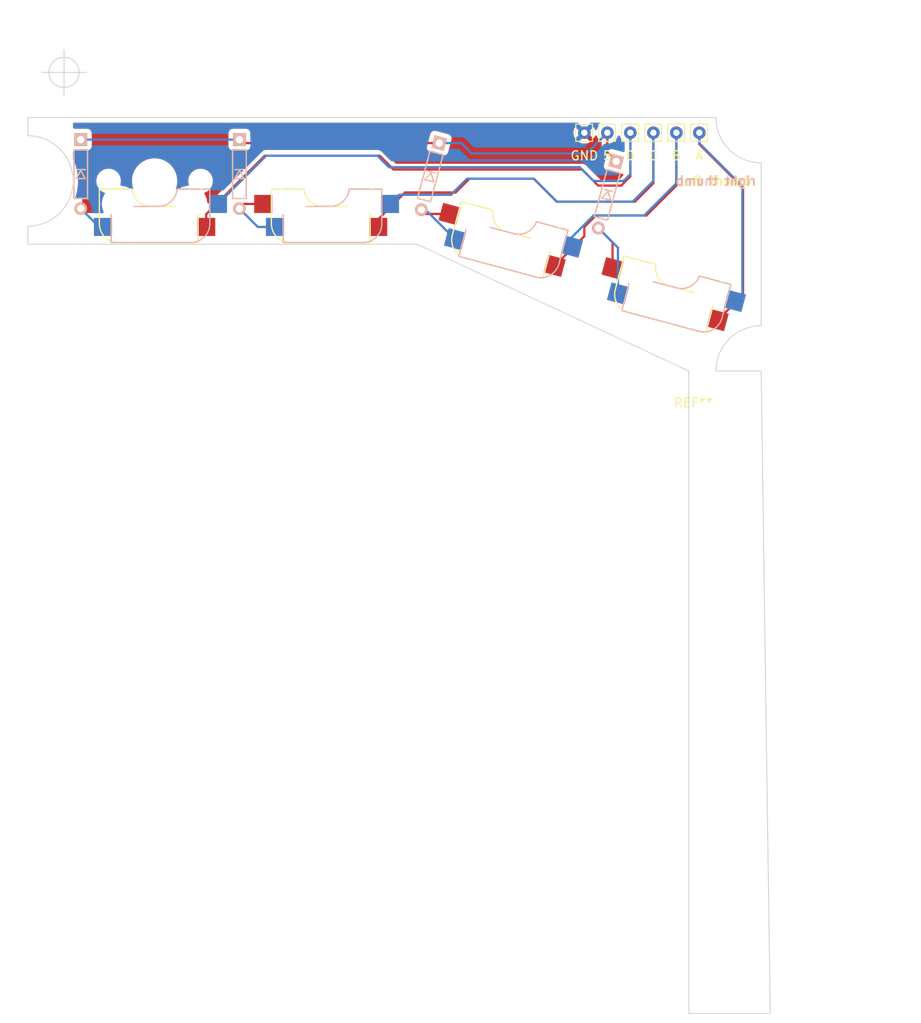
<source format=kicad_pcb>
(kicad_pcb (version 20171130) (host pcbnew 5.1.12)

  (general
    (thickness 1.6)
    (drawings 26)
    (tracks 84)
    (zones 0)
    (modules 15)
    (nets 11)
  )

  (page A4)
  (layers
    (0 F.Cu signal hide)
    (31 B.Cu signal hide)
    (32 B.Adhes user hide)
    (33 F.Adhes user hide)
    (34 B.Paste user)
    (35 F.Paste user)
    (36 B.SilkS user)
    (37 F.SilkS user)
    (38 B.Mask user)
    (39 F.Mask user)
    (40 Dwgs.User user)
    (41 Cmts.User user)
    (42 Eco1.User user)
    (43 Eco2.User user)
    (44 Edge.Cuts user)
    (45 Margin user)
    (46 B.CrtYd user)
    (47 F.CrtYd user)
    (48 B.Fab user)
    (49 F.Fab user)
  )

  (setup
    (last_trace_width 0.25)
    (trace_clearance 0.2)
    (zone_clearance 0.508)
    (zone_45_only no)
    (trace_min 0.2)
    (via_size 0.8)
    (via_drill 0.4)
    (via_min_size 0.4)
    (via_min_drill 0.3)
    (uvia_size 0.3)
    (uvia_drill 0.1)
    (uvias_allowed no)
    (uvia_min_size 0.2)
    (uvia_min_drill 0.1)
    (edge_width 0.1)
    (segment_width 0.2)
    (pcb_text_width 0.3)
    (pcb_text_size 1.5 1.5)
    (mod_edge_width 0.15)
    (mod_text_size 1 1)
    (mod_text_width 0.15)
    (pad_size 1.4 1.4)
    (pad_drill 0.7)
    (pad_to_mask_clearance 0)
    (aux_axis_origin 0 0)
    (visible_elements FFFFFF7F)
    (pcbplotparams
      (layerselection 0x010fc_ffffffff)
      (usegerberextensions false)
      (usegerberattributes true)
      (usegerberadvancedattributes true)
      (creategerberjobfile true)
      (excludeedgelayer true)
      (linewidth 0.100000)
      (plotframeref false)
      (viasonmask false)
      (mode 1)
      (useauxorigin false)
      (hpglpennumber 1)
      (hpglpenspeed 20)
      (hpglpendiameter 15.000000)
      (psnegative false)
      (psa4output false)
      (plotreference true)
      (plotvalue true)
      (plotinvisibletext false)
      (padsonsilk false)
      (subtractmaskfromsilk false)
      (outputformat 1)
      (mirror false)
      (drillshape 0)
      (scaleselection 1)
      (outputdirectory "../gerber/revE-thumb/"))
  )

  (net 0 "")
  (net 1 "Net-(D_LA5-Pad2)")
  (net 2 "Net-(D_LA5-Pad1)")
  (net 3 "Net-(D_LB5-Pad2)")
  (net 4 "Net-(D_LC5-Pad2)")
  (net 5 "Net-(D_LD5-Pad2)")
  (net 6 "Net-(H_LA1-Pad1)")
  (net 7 "Net-(H_LB1-Pad1)")
  (net 8 "Net-(H_LC1-Pad1)")
  (net 9 "Net-(H_LD1-Pad1)")
  (net 10 GND)

  (net_class Default "これはデフォルトのネット クラスです。"
    (clearance 0.2)
    (trace_width 0.25)
    (via_dia 0.8)
    (via_drill 0.4)
    (uvia_dia 0.3)
    (uvia_drill 0.1)
    (add_net GND)
    (add_net "Net-(D_LA5-Pad1)")
    (add_net "Net-(D_LA5-Pad2)")
    (add_net "Net-(D_LB5-Pad2)")
    (add_net "Net-(D_LC5-Pad2)")
    (add_net "Net-(D_LD5-Pad2)")
    (add_net "Net-(H_LA1-Pad1)")
    (add_net "Net-(H_LB1-Pad1)")
    (add_net "Net-(H_LC1-Pad1)")
    (add_net "Net-(H_LD1-Pad1)")
  )

  (module local:mouse_bite_5mm (layer F.Cu) (tedit 61A5A0D3) (tstamp 61A6001B)
    (at 89.5 51.5)
    (fp_text reference REF** (at 0 5) (layer F.SilkS)
      (effects (font (size 1 1) (thickness 0.15)))
    )
    (fp_text value mouse_bite_5mm (at 0 -5) (layer F.Fab)
      (effects (font (size 1 1) (thickness 0.15)))
    )
    (fp_line (start -2.5 -2.5) (end -2.5 2.5) (layer Eco1.User) (width 0.12))
    (fp_line (start -2.5 2.5) (end 2.5 2.5) (layer Eco1.User) (width 0.12))
    (fp_line (start 2.5 2.5) (end 2.5 -2.5) (layer Eco1.User) (width 0.12))
    (fp_line (start 2.5 -2.5) (end -2.5 -2.5) (layer Eco1.User) (width 0.12))
    (pad "" np_thru_hole circle (at -2 0) (size 0.6 0.6) (drill 0.6) (layers *.Cu *.Mask))
    (pad "" np_thru_hole circle (at -1 0) (size 0.6 0.6) (drill 0.6) (layers *.Cu *.Mask))
    (pad "" np_thru_hole circle (at 2 0) (size 0.6 0.6) (drill 0.6) (layers *.Cu *.Mask))
    (pad "" np_thru_hole circle (at 1 0) (size 0.6 0.6) (drill 0.6) (layers *.Cu *.Mask))
    (pad "" np_thru_hole circle (at 0 0) (size 0.6 0.6) (drill 0.6) (layers *.Cu *.Mask))
  )

  (module local:CherryMX_Hotswap_Reversible (layer F.Cu) (tedit 61A469B8) (tstamp 61A476E2)
    (at 70 35 165)
    (path /61A2B094)
    (fp_text reference SW_LB5 (at 6.858 -8.128 345) (layer F.SilkS) hide
      (effects (font (size 1 1) (thickness 0.15)))
    )
    (fp_text value SW_PUSH-foostan (at 7.62 7.874 345) (layer F.Fab) hide
      (effects (font (size 1 1) (thickness 0.15)))
    )
    (fp_line (start 3 6) (end -3 6) (layer Cmts.User) (width 0.12))
    (fp_line (start 3 9) (end 3 6) (layer Cmts.User) (width 0.12))
    (fp_line (start -3 9) (end 3 9) (layer Cmts.User) (width 0.12))
    (fp_line (start -3 6) (end -3 9) (layer Cmts.User) (width 0.12))
    (fp_line (start 3 -6) (end -3 -6) (layer Cmts.User) (width 0.12))
    (fp_line (start 3 -9) (end 3 -6) (layer Cmts.User) (width 0.12))
    (fp_line (start -3 -9) (end 3 -9) (layer Cmts.User) (width 0.12))
    (fp_line (start -3 -6) (end -3 -9) (layer Cmts.User) (width 0.12))
    (fp_line (start -7 -7) (end -6 -7) (layer Eco1.User) (width 0.1))
    (fp_line (start -6 7) (end -7 7) (layer Eco1.User) (width 0.1))
    (fp_line (start -9 9) (end -9 -9) (layer Dwgs.User) (width 0.1))
    (fp_line (start 9 9) (end -9 9) (layer Dwgs.User) (width 0.1))
    (fp_line (start 9 -9) (end 9 9) (layer Dwgs.User) (width 0.1))
    (fp_line (start -9 -9) (end 9 -9) (layer Dwgs.User) (width 0.1))
    (fp_line (start -6.1 -0.896) (end -2.49 -0.896) (layer B.SilkS) (width 0.15))
    (fp_line (start -6.1 -4.85) (end -6.1 -0.905) (layer B.SilkS) (width 0.15))
    (fp_line (start 4.8 -6.804) (end -3.825 -6.804) (layer B.SilkS) (width 0.15))
    (fp_line (start 4.8 -2.896) (end 4.8 -6.804) (layer B.SilkS) (width 0.15))
    (fp_line (start 4.8 -2.85) (end -0.25 -2.804) (layer B.SilkS) (width 0.15))
    (fp_line (start -4.8 -2.85) (end 0.25 -2.804) (layer F.SilkS) (width 0.15))
    (fp_line (start -4.8 -2.896) (end -4.8 -6.804) (layer F.SilkS) (width 0.15))
    (fp_line (start -4.8 -6.804) (end 3.825 -6.804) (layer F.SilkS) (width 0.15))
    (fp_line (start 6.1 -4.85) (end 6.1 -0.905) (layer F.SilkS) (width 0.15))
    (fp_line (start 6.1 -0.896) (end 2.49 -0.896) (layer F.SilkS) (width 0.15))
    (fp_line (start -7 7) (end -7 6) (layer Eco1.User) (width 0.1))
    (fp_line (start -7 -6) (end -7 -7) (layer Eco1.User) (width 0.1))
    (fp_line (start 7 -7) (end 7 -6) (layer Eco1.User) (width 0.1))
    (fp_line (start 6 -7) (end 7 -7) (layer Eco1.User) (width 0.12))
    (fp_line (start 8 -3) (end 7 -3) (layer Eco1.User) (width 0.12))
    (fp_line (start 7 7) (end 6 7) (layer Eco1.User) (width 0.12))
    (fp_line (start 7 6) (end 7 7) (layer Eco1.User) (width 0.12))
    (fp_arc (start 4.015 -4.73) (end 3.825 -6.804) (angle 90) (layer F.SilkS) (width 0.15))
    (fp_arc (start 0.415 -0.73) (end 0.225 -2.8) (angle 90) (layer F.SilkS) (width 0.15))
    (fp_arc (start -0.415 -0.73) (end -0.225 -2.8) (angle -90) (layer B.SilkS) (width 0.15))
    (fp_arc (start -4.015 -4.73) (end -3.825 -6.804) (angle -90) (layer B.SilkS) (width 0.15))
    (pad 2 smd rect (at -5.7 -5.08 345) (size 2 2) (layers F.Cu F.Paste F.Mask)
      (net 7 "Net-(H_LB1-Pad1)"))
    (pad "" np_thru_hole circle (at 3.81 -2.54 345) (size 3 3) (drill 3) (layers *.Cu *.Mask)
      (clearance 0.25))
    (pad "" np_thru_hole circle (at -2.54 -5.08 345) (size 3 3) (drill 3) (layers *.Cu *.Mask)
      (clearance 0.3))
    (pad 1 smd rect (at 7 -2.54 345) (size 2 2) (layers F.Cu F.Paste F.Mask)
      (net 3 "Net-(D_LB5-Pad2)"))
    (pad 2 smd rect (at -7 -2.54 345) (size 2 2) (layers B.Cu B.Paste B.Mask)
      (net 7 "Net-(H_LB1-Pad1)"))
    (pad "" np_thru_hole circle (at 2.54 -5.08 345) (size 3 3) (drill 3) (layers *.Cu *.Mask)
      (clearance 0.3))
    (pad "" np_thru_hole circle (at 0 0 75) (size 3.988 3.988) (drill 3.988) (layers *.Cu *.Mask)
      (clearance 0.25))
    (pad "" np_thru_hole circle (at -5.08 0 345) (size 1.702 1.702) (drill 1.702) (layers *.Cu *.Mask)
      (clearance 0.3))
    (pad "" np_thru_hole circle (at 5.08 0 345) (size 1.702 1.702) (drill 1.702) (layers *.Cu *.Mask)
      (clearance 0.3))
    (pad "" np_thru_hole circle (at -3.81 -2.54 345) (size 3 3) (drill 3) (layers *.Cu *.Mask)
      (clearance 0.25))
    (pad 1 smd rect (at 5.7 -5.08 345) (size 2 2) (layers B.Cu B.Paste B.Mask)
      (net 3 "Net-(D_LB5-Pad2)"))
  )

  (module local:Pin_D0.7mm (layer F.Cu) (tedit 61A2FA53) (tstamp 61A356A4)
    (at 82.55 26.67)
    (descr "solder Pin_ with flat fork, hole diameter 0.7mm, length 6.5mm, width 1.8mm")
    (tags "solder Pin_ with flat fork")
    (path /61A26ADC)
    (fp_text reference H_LD1 (at 0 -3.81) (layer F.Fab)
      (effects (font (size 0.8 0.8) (thickness 0.15)))
    )
    (fp_text value D (at 0 2.54) (layer F.SilkS)
      (effects (font (size 1 1) (thickness 0.15)))
    )
    (fp_line (start -0.95 -0.95) (end -0.95 0.95) (layer F.SilkS) (width 0.12))
    (fp_line (start -0.95 0.95) (end 0.9 0.95) (layer F.SilkS) (width 0.12))
    (fp_line (start 0.9 0.95) (end 0.9 -0.9) (layer F.SilkS) (width 0.12))
    (fp_line (start 0.9 -0.9) (end 0.9 -0.95) (layer F.SilkS) (width 0.12))
    (fp_line (start 0.9 -0.95) (end -0.95 -0.95) (layer F.SilkS) (width 0.12))
    (fp_line (start -0.9 -0.25) (end 0.85 -0.25) (layer F.Fab) (width 0.12))
    (fp_line (start 0.85 -0.25) (end 0.85 0.25) (layer F.Fab) (width 0.12))
    (fp_line (start 0.85 0.25) (end -0.9 0.25) (layer F.Fab) (width 0.12))
    (fp_line (start -0.9 0.25) (end -0.9 -0.25) (layer F.Fab) (width 0.12))
    (pad 1 thru_hole circle (at 0 0) (size 1.4 1.4) (drill 0.7) (layers *.Cu *.Mask)
      (net 9 "Net-(H_LD1-Pad1)"))
    (model ${KISYS3DMOD}/Connector_Pin.3dshapes/Pin_D0.7mm_L6.5mm_W1.8mm_FlatFork.wrl
      (at (xyz 0 0 0))
      (scale (xyz 1 1 1))
      (rotate (xyz 0 0 0))
    )
  )

  (module local:Pin_D0.7mm (layer F.Cu) (tedit 61A2FA53) (tstamp 61A3566C)
    (at 80.01 26.67)
    (descr "solder Pin_ with flat fork, hole diameter 0.7mm, length 6.5mm, width 1.8mm")
    (tags "solder Pin_ with flat fork")
    (path /61A27B42)
    (fp_text reference H_L5 (at 0 -3.81) (layer F.Fab)
      (effects (font (size 0.8 0.8) (thickness 0.15)))
    )
    (fp_text value 5 (at 0 2.54) (layer F.SilkS)
      (effects (font (size 1 1) (thickness 0.15)))
    )
    (fp_line (start -0.95 -0.95) (end -0.95 0.95) (layer F.SilkS) (width 0.12))
    (fp_line (start -0.95 0.95) (end 0.9 0.95) (layer F.SilkS) (width 0.12))
    (fp_line (start 0.9 0.95) (end 0.9 -0.9) (layer F.SilkS) (width 0.12))
    (fp_line (start 0.9 -0.9) (end 0.9 -0.95) (layer F.SilkS) (width 0.12))
    (fp_line (start 0.9 -0.95) (end -0.95 -0.95) (layer F.SilkS) (width 0.12))
    (fp_line (start -0.9 -0.25) (end 0.85 -0.25) (layer F.Fab) (width 0.12))
    (fp_line (start 0.85 -0.25) (end 0.85 0.25) (layer F.Fab) (width 0.12))
    (fp_line (start 0.85 0.25) (end -0.9 0.25) (layer F.Fab) (width 0.12))
    (fp_line (start -0.9 0.25) (end -0.9 -0.25) (layer F.Fab) (width 0.12))
    (pad 1 thru_hole circle (at 0 0) (size 1.4 1.4) (drill 0.7) (layers *.Cu *.Mask)
      (net 2 "Net-(D_LA5-Pad1)"))
    (model ${KISYS3DMOD}/Connector_Pin.3dshapes/Pin_D0.7mm_L6.5mm_W1.8mm_FlatFork.wrl
      (at (xyz 0 0 0))
      (scale (xyz 1 1 1))
      (rotate (xyz 0 0 0))
    )
  )

  (module local:Pin_D0.7mm (layer F.Cu) (tedit 61A2FA53) (tstamp 61A3567A)
    (at 90.17 26.67)
    (descr "solder Pin_ with flat fork, hole diameter 0.7mm, length 6.5mm, width 1.8mm")
    (tags "solder Pin_ with flat fork")
    (path /61A275B8)
    (fp_text reference H_LA1 (at 0 -3.81) (layer F.Fab)
      (effects (font (size 0.8 0.8) (thickness 0.15)))
    )
    (fp_text value A (at 0 2.54) (layer F.SilkS)
      (effects (font (size 1 1) (thickness 0.15)))
    )
    (fp_line (start -0.95 -0.95) (end -0.95 0.95) (layer F.SilkS) (width 0.12))
    (fp_line (start -0.95 0.95) (end 0.9 0.95) (layer F.SilkS) (width 0.12))
    (fp_line (start 0.9 0.95) (end 0.9 -0.9) (layer F.SilkS) (width 0.12))
    (fp_line (start 0.9 -0.9) (end 0.9 -0.95) (layer F.SilkS) (width 0.12))
    (fp_line (start 0.9 -0.95) (end -0.95 -0.95) (layer F.SilkS) (width 0.12))
    (fp_line (start -0.9 -0.25) (end 0.85 -0.25) (layer F.Fab) (width 0.12))
    (fp_line (start 0.85 -0.25) (end 0.85 0.25) (layer F.Fab) (width 0.12))
    (fp_line (start 0.85 0.25) (end -0.9 0.25) (layer F.Fab) (width 0.12))
    (fp_line (start -0.9 0.25) (end -0.9 -0.25) (layer F.Fab) (width 0.12))
    (pad 1 thru_hole circle (at 0 0) (size 1.4 1.4) (drill 0.7) (layers *.Cu *.Mask)
      (net 6 "Net-(H_LA1-Pad1)"))
    (model ${KISYS3DMOD}/Connector_Pin.3dshapes/Pin_D0.7mm_L6.5mm_W1.8mm_FlatFork.wrl
      (at (xyz 0 0 0))
      (scale (xyz 1 1 1))
      (rotate (xyz 0 0 0))
    )
  )

  (module local:Pin_D0.7mm (layer F.Cu) (tedit 61A2FA53) (tstamp 61A35688)
    (at 87.63 26.67)
    (descr "solder Pin_ with flat fork, hole diameter 0.7mm, length 6.5mm, width 1.8mm")
    (tags "solder Pin_ with flat fork")
    (path /61A25B2F)
    (fp_text reference H_LB1 (at 0 -3.81) (layer F.Fab)
      (effects (font (size 0.8 0.8) (thickness 0.15)))
    )
    (fp_text value B (at 0 2.54) (layer F.SilkS)
      (effects (font (size 1 1) (thickness 0.15)))
    )
    (fp_line (start -0.95 -0.95) (end -0.95 0.95) (layer F.SilkS) (width 0.12))
    (fp_line (start -0.95 0.95) (end 0.9 0.95) (layer F.SilkS) (width 0.12))
    (fp_line (start 0.9 0.95) (end 0.9 -0.9) (layer F.SilkS) (width 0.12))
    (fp_line (start 0.9 -0.9) (end 0.9 -0.95) (layer F.SilkS) (width 0.12))
    (fp_line (start 0.9 -0.95) (end -0.95 -0.95) (layer F.SilkS) (width 0.12))
    (fp_line (start -0.9 -0.25) (end 0.85 -0.25) (layer F.Fab) (width 0.12))
    (fp_line (start 0.85 -0.25) (end 0.85 0.25) (layer F.Fab) (width 0.12))
    (fp_line (start 0.85 0.25) (end -0.9 0.25) (layer F.Fab) (width 0.12))
    (fp_line (start -0.9 0.25) (end -0.9 -0.25) (layer F.Fab) (width 0.12))
    (pad 1 thru_hole circle (at 0 0) (size 1.4 1.4) (drill 0.7) (layers *.Cu *.Mask)
      (net 7 "Net-(H_LB1-Pad1)"))
    (model ${KISYS3DMOD}/Connector_Pin.3dshapes/Pin_D0.7mm_L6.5mm_W1.8mm_FlatFork.wrl
      (at (xyz 0 0 0))
      (scale (xyz 1 1 1))
      (rotate (xyz 0 0 0))
    )
  )

  (module local:Pin_D0.7mm (layer F.Cu) (tedit 61A2FA53) (tstamp 61A35696)
    (at 85.09 26.67)
    (descr "solder Pin_ with flat fork, hole diameter 0.7mm, length 6.5mm, width 1.8mm")
    (tags "solder Pin_ with flat fork")
    (path /61A26894)
    (fp_text reference H_LC1 (at 0 -3.81) (layer F.Fab)
      (effects (font (size 0.8 0.8) (thickness 0.15)))
    )
    (fp_text value C (at 0 2.54) (layer F.SilkS)
      (effects (font (size 1 1) (thickness 0.15)))
    )
    (fp_line (start -0.95 -0.95) (end -0.95 0.95) (layer F.SilkS) (width 0.12))
    (fp_line (start -0.95 0.95) (end 0.9 0.95) (layer F.SilkS) (width 0.12))
    (fp_line (start 0.9 0.95) (end 0.9 -0.9) (layer F.SilkS) (width 0.12))
    (fp_line (start 0.9 -0.9) (end 0.9 -0.95) (layer F.SilkS) (width 0.12))
    (fp_line (start 0.9 -0.95) (end -0.95 -0.95) (layer F.SilkS) (width 0.12))
    (fp_line (start -0.9 -0.25) (end 0.85 -0.25) (layer F.Fab) (width 0.12))
    (fp_line (start 0.85 -0.25) (end 0.85 0.25) (layer F.Fab) (width 0.12))
    (fp_line (start 0.85 0.25) (end -0.9 0.25) (layer F.Fab) (width 0.12))
    (fp_line (start -0.9 0.25) (end -0.9 -0.25) (layer F.Fab) (width 0.12))
    (pad 1 thru_hole circle (at 0 0) (size 1.4 1.4) (drill 0.7) (layers *.Cu *.Mask)
      (net 8 "Net-(H_LC1-Pad1)"))
    (model ${KISYS3DMOD}/Connector_Pin.3dshapes/Pin_D0.7mm_L6.5mm_W1.8mm_FlatFork.wrl
      (at (xyz 0 0 0))
      (scale (xyz 1 1 1))
      (rotate (xyz 0 0 0))
    )
  )

  (module local:Pin_D0.7mm (layer F.Cu) (tedit 61A2FA53) (tstamp 61A356B2)
    (at 77.47 26.67)
    (descr "solder Pin_ with flat fork, hole diameter 0.7mm, length 6.5mm, width 1.8mm")
    (tags "solder Pin_ with flat fork")
    (path /61A27F0E)
    (fp_text reference H_LGND1 (at 0 -3.81) (layer F.Fab)
      (effects (font (size 0.8 0.8) (thickness 0.15)))
    )
    (fp_text value GND (at 0 2.54) (layer F.SilkS)
      (effects (font (size 1 1) (thickness 0.15)))
    )
    (fp_line (start -0.95 -0.95) (end -0.95 0.95) (layer F.SilkS) (width 0.12))
    (fp_line (start -0.95 0.95) (end 0.9 0.95) (layer F.SilkS) (width 0.12))
    (fp_line (start 0.9 0.95) (end 0.9 -0.9) (layer F.SilkS) (width 0.12))
    (fp_line (start 0.9 -0.9) (end 0.9 -0.95) (layer F.SilkS) (width 0.12))
    (fp_line (start 0.9 -0.95) (end -0.95 -0.95) (layer F.SilkS) (width 0.12))
    (fp_line (start -0.9 -0.25) (end 0.85 -0.25) (layer F.Fab) (width 0.12))
    (fp_line (start 0.85 -0.25) (end 0.85 0.25) (layer F.Fab) (width 0.12))
    (fp_line (start 0.85 0.25) (end -0.9 0.25) (layer F.Fab) (width 0.12))
    (fp_line (start -0.9 0.25) (end -0.9 -0.25) (layer F.Fab) (width 0.12))
    (pad 1 thru_hole circle (at 0 0) (size 1.4 1.4) (drill 0.7) (layers *.Cu *.Mask)
      (net 10 GND))
    (model ${KISYS3DMOD}/Connector_Pin.3dshapes/Pin_D0.7mm_L6.5mm_W1.8mm_FlatFork.wrl
      (at (xyz 0 0 0))
      (scale (xyz 1 1 1))
      (rotate (xyz 0 0 0))
    )
  )

  (module local:D_TH_Reversible (layer B.Cu) (tedit 6108B6D8) (tstamp 61A4765D)
    (at 80 33.528 255)
    (descr "Resitance 3 pas")
    (tags R)
    (path /61A38A85)
    (autoplace_cost180 10)
    (fp_text reference D_LA5 (at 0.55 0 75) (layer B.Fab) hide
      (effects (font (size 0.5 0.5) (thickness 0.125)) (justify mirror))
    )
    (fp_text value D_A5 (at -0.55 0 75) (layer B.Fab) hide
      (effects (font (size 0.5 0.5) (thickness 0.125)) (justify mirror))
    )
    (fp_line (start -0.4 0) (end 0.5 0.5) (layer F.SilkS) (width 0.15))
    (fp_line (start 0.5 0.5) (end 0.5 -0.5) (layer F.SilkS) (width 0.15))
    (fp_line (start 0.5 -0.5) (end -0.4 0) (layer F.SilkS) (width 0.15))
    (fp_line (start -0.5 0.5) (end -0.5 -0.5) (layer F.SilkS) (width 0.15))
    (fp_line (start -0.4 0) (end 0.5 0.5) (layer B.SilkS) (width 0.15))
    (fp_line (start 0.5 0.5) (end 0.5 -0.5) (layer B.SilkS) (width 0.15))
    (fp_line (start 0.5 -0.5) (end -0.4 0) (layer B.SilkS) (width 0.15))
    (fp_line (start -0.5 0.5) (end -0.5 -0.5) (layer B.SilkS) (width 0.15))
    (fp_line (start 2.7 0.75) (end -2.7 0.75) (layer B.SilkS) (width 0.15))
    (fp_line (start -2.7 0.75) (end -2.7 -0.75) (layer B.SilkS) (width 0.15))
    (fp_line (start -2.7 -0.75) (end 2.7 -0.75) (layer B.SilkS) (width 0.15))
    (fp_line (start 2.7 -0.75) (end 2.7 0.75) (layer B.SilkS) (width 0.15))
    (fp_line (start 2.7 0.75) (end -2.7 0.75) (layer F.SilkS) (width 0.15))
    (fp_line (start -2.7 0.75) (end -2.7 -0.75) (layer F.SilkS) (width 0.15))
    (fp_line (start -2.7 -0.75) (end 2.7 -0.75) (layer F.SilkS) (width 0.15))
    (fp_line (start 2.7 -0.75) (end 2.7 0.75) (layer F.SilkS) (width 0.15))
    (pad 2 thru_hole circle (at 3.81 0 255) (size 1.397 1.397) (drill 0.8128) (layers *.Cu *.Mask B.SilkS)
      (net 1 "Net-(D_LA5-Pad2)"))
    (pad 1 thru_hole rect (at -3.81 0 255) (size 1.397 1.397) (drill 0.8128) (layers *.Cu *.Mask B.SilkS)
      (net 2 "Net-(D_LA5-Pad1)"))
    (model Diodes_SMD.3dshapes/SMB_Handsoldering.wrl
      (at (xyz 0 0 0))
      (scale (xyz 0.22 0.15 0.15))
      (rotate (xyz 0 0 180))
    )
  )

  (module local:D_TH_Reversible (layer B.Cu) (tedit 6108B6D8) (tstamp 61A47672)
    (at 60.452 31.496 255)
    (descr "Resitance 3 pas")
    (tags R)
    (path /61A3850D)
    (autoplace_cost180 10)
    (fp_text reference D_LB5 (at 0.55 0 75) (layer B.Fab) hide
      (effects (font (size 0.5 0.5) (thickness 0.125)) (justify mirror))
    )
    (fp_text value D_B5 (at -0.55 0 75) (layer B.Fab) hide
      (effects (font (size 0.5 0.5) (thickness 0.125)) (justify mirror))
    )
    (fp_line (start -0.4 0) (end 0.5 0.5) (layer F.SilkS) (width 0.15))
    (fp_line (start 0.5 0.5) (end 0.5 -0.5) (layer F.SilkS) (width 0.15))
    (fp_line (start 0.5 -0.5) (end -0.4 0) (layer F.SilkS) (width 0.15))
    (fp_line (start -0.5 0.5) (end -0.5 -0.5) (layer F.SilkS) (width 0.15))
    (fp_line (start -0.4 0) (end 0.5 0.5) (layer B.SilkS) (width 0.15))
    (fp_line (start 0.5 0.5) (end 0.5 -0.5) (layer B.SilkS) (width 0.15))
    (fp_line (start 0.5 -0.5) (end -0.4 0) (layer B.SilkS) (width 0.15))
    (fp_line (start -0.5 0.5) (end -0.5 -0.5) (layer B.SilkS) (width 0.15))
    (fp_line (start 2.7 0.75) (end -2.7 0.75) (layer B.SilkS) (width 0.15))
    (fp_line (start -2.7 0.75) (end -2.7 -0.75) (layer B.SilkS) (width 0.15))
    (fp_line (start -2.7 -0.75) (end 2.7 -0.75) (layer B.SilkS) (width 0.15))
    (fp_line (start 2.7 -0.75) (end 2.7 0.75) (layer B.SilkS) (width 0.15))
    (fp_line (start 2.7 0.75) (end -2.7 0.75) (layer F.SilkS) (width 0.15))
    (fp_line (start -2.7 0.75) (end -2.7 -0.75) (layer F.SilkS) (width 0.15))
    (fp_line (start -2.7 -0.75) (end 2.7 -0.75) (layer F.SilkS) (width 0.15))
    (fp_line (start 2.7 -0.75) (end 2.7 0.75) (layer F.SilkS) (width 0.15))
    (pad 2 thru_hole circle (at 3.81 0 255) (size 1.397 1.397) (drill 0.8128) (layers *.Cu *.Mask B.SilkS)
      (net 3 "Net-(D_LB5-Pad2)"))
    (pad 1 thru_hole rect (at -3.81 0 255) (size 1.397 1.397) (drill 0.8128) (layers *.Cu *.Mask B.SilkS)
      (net 2 "Net-(D_LA5-Pad1)"))
    (model Diodes_SMD.3dshapes/SMB_Handsoldering.wrl
      (at (xyz 0 0 0))
      (scale (xyz 0.22 0.15 0.15))
      (rotate (xyz 0 0 180))
    )
  )

  (module local:D_TH_Reversible (layer B.Cu) (tedit 6108B6D8) (tstamp 61A47687)
    (at 39.37 31.242 270)
    (descr "Resitance 3 pas")
    (tags R)
    (path /61A37E86)
    (autoplace_cost180 10)
    (fp_text reference D_LC5 (at 0.55 0 90) (layer B.Fab) hide
      (effects (font (size 0.5 0.5) (thickness 0.125)) (justify mirror))
    )
    (fp_text value D_C5 (at -0.55 0 90) (layer B.Fab) hide
      (effects (font (size 0.5 0.5) (thickness 0.125)) (justify mirror))
    )
    (fp_line (start -0.4 0) (end 0.5 0.5) (layer F.SilkS) (width 0.15))
    (fp_line (start 0.5 0.5) (end 0.5 -0.5) (layer F.SilkS) (width 0.15))
    (fp_line (start 0.5 -0.5) (end -0.4 0) (layer F.SilkS) (width 0.15))
    (fp_line (start -0.5 0.5) (end -0.5 -0.5) (layer F.SilkS) (width 0.15))
    (fp_line (start -0.4 0) (end 0.5 0.5) (layer B.SilkS) (width 0.15))
    (fp_line (start 0.5 0.5) (end 0.5 -0.5) (layer B.SilkS) (width 0.15))
    (fp_line (start 0.5 -0.5) (end -0.4 0) (layer B.SilkS) (width 0.15))
    (fp_line (start -0.5 0.5) (end -0.5 -0.5) (layer B.SilkS) (width 0.15))
    (fp_line (start 2.7 0.75) (end -2.7 0.75) (layer B.SilkS) (width 0.15))
    (fp_line (start -2.7 0.75) (end -2.7 -0.75) (layer B.SilkS) (width 0.15))
    (fp_line (start -2.7 -0.75) (end 2.7 -0.75) (layer B.SilkS) (width 0.15))
    (fp_line (start 2.7 -0.75) (end 2.7 0.75) (layer B.SilkS) (width 0.15))
    (fp_line (start 2.7 0.75) (end -2.7 0.75) (layer F.SilkS) (width 0.15))
    (fp_line (start -2.7 0.75) (end -2.7 -0.75) (layer F.SilkS) (width 0.15))
    (fp_line (start -2.7 -0.75) (end 2.7 -0.75) (layer F.SilkS) (width 0.15))
    (fp_line (start 2.7 -0.75) (end 2.7 0.75) (layer F.SilkS) (width 0.15))
    (pad 2 thru_hole circle (at 3.81 0 270) (size 1.397 1.397) (drill 0.8128) (layers *.Cu *.Mask B.SilkS)
      (net 4 "Net-(D_LC5-Pad2)"))
    (pad 1 thru_hole rect (at -3.81 0 270) (size 1.397 1.397) (drill 0.8128) (layers *.Cu *.Mask B.SilkS)
      (net 2 "Net-(D_LA5-Pad1)"))
    (model Diodes_SMD.3dshapes/SMB_Handsoldering.wrl
      (at (xyz 0 0 0))
      (scale (xyz 0.22 0.15 0.15))
      (rotate (xyz 0 0 180))
    )
  )

  (module local:D_TH_Reversible (layer B.Cu) (tedit 6108B6D8) (tstamp 61A4769C)
    (at 21.844 31.242 270)
    (descr "Resitance 3 pas")
    (tags R)
    (path /61A374D8)
    (autoplace_cost180 10)
    (fp_text reference D_LD5 (at 0.55 0 90) (layer B.Fab) hide
      (effects (font (size 0.5 0.5) (thickness 0.125)) (justify mirror))
    )
    (fp_text value D (at -0.55 0 90) (layer B.Fab) hide
      (effects (font (size 0.5 0.5) (thickness 0.125)) (justify mirror))
    )
    (fp_line (start -0.4 0) (end 0.5 0.5) (layer F.SilkS) (width 0.15))
    (fp_line (start 0.5 0.5) (end 0.5 -0.5) (layer F.SilkS) (width 0.15))
    (fp_line (start 0.5 -0.5) (end -0.4 0) (layer F.SilkS) (width 0.15))
    (fp_line (start -0.5 0.5) (end -0.5 -0.5) (layer F.SilkS) (width 0.15))
    (fp_line (start -0.4 0) (end 0.5 0.5) (layer B.SilkS) (width 0.15))
    (fp_line (start 0.5 0.5) (end 0.5 -0.5) (layer B.SilkS) (width 0.15))
    (fp_line (start 0.5 -0.5) (end -0.4 0) (layer B.SilkS) (width 0.15))
    (fp_line (start -0.5 0.5) (end -0.5 -0.5) (layer B.SilkS) (width 0.15))
    (fp_line (start 2.7 0.75) (end -2.7 0.75) (layer B.SilkS) (width 0.15))
    (fp_line (start -2.7 0.75) (end -2.7 -0.75) (layer B.SilkS) (width 0.15))
    (fp_line (start -2.7 -0.75) (end 2.7 -0.75) (layer B.SilkS) (width 0.15))
    (fp_line (start 2.7 -0.75) (end 2.7 0.75) (layer B.SilkS) (width 0.15))
    (fp_line (start 2.7 0.75) (end -2.7 0.75) (layer F.SilkS) (width 0.15))
    (fp_line (start -2.7 0.75) (end -2.7 -0.75) (layer F.SilkS) (width 0.15))
    (fp_line (start -2.7 -0.75) (end 2.7 -0.75) (layer F.SilkS) (width 0.15))
    (fp_line (start 2.7 -0.75) (end 2.7 0.75) (layer F.SilkS) (width 0.15))
    (pad 2 thru_hole circle (at 3.81 0 270) (size 1.397 1.397) (drill 0.8128) (layers *.Cu *.Mask B.SilkS)
      (net 5 "Net-(D_LD5-Pad2)"))
    (pad 1 thru_hole rect (at -3.81 0 270) (size 1.397 1.397) (drill 0.8128) (layers *.Cu *.Mask B.SilkS)
      (net 2 "Net-(D_LA5-Pad1)"))
    (model Diodes_SMD.3dshapes/SMB_Handsoldering.wrl
      (at (xyz 0 0 0))
      (scale (xyz 0.22 0.15 0.15))
      (rotate (xyz 0 0 180))
    )
  )

  (module local:CherryMX_Hotswap_Reversible (layer F.Cu) (tedit 61A469B8) (tstamp 61A476B1)
    (at 88 41 165)
    (path /61A293DD)
    (fp_text reference SW_LA5 (at 6.858 -8.128 345) (layer F.SilkS) hide
      (effects (font (size 1 1) (thickness 0.15)))
    )
    (fp_text value SW_PUSH-foostan (at 7.62 7.874 345) (layer F.Fab) hide
      (effects (font (size 1 1) (thickness 0.15)))
    )
    (fp_line (start 3 6) (end -3 6) (layer Cmts.User) (width 0.12))
    (fp_line (start 3 9) (end 3 6) (layer Cmts.User) (width 0.12))
    (fp_line (start -3 9) (end 3 9) (layer Cmts.User) (width 0.12))
    (fp_line (start -3 6) (end -3 9) (layer Cmts.User) (width 0.12))
    (fp_line (start 3 -6) (end -3 -6) (layer Cmts.User) (width 0.12))
    (fp_line (start 3 -9) (end 3 -6) (layer Cmts.User) (width 0.12))
    (fp_line (start -3 -9) (end 3 -9) (layer Cmts.User) (width 0.12))
    (fp_line (start -3 -6) (end -3 -9) (layer Cmts.User) (width 0.12))
    (fp_line (start -7 -7) (end -6 -7) (layer Eco1.User) (width 0.1))
    (fp_line (start -6 7) (end -7 7) (layer Eco1.User) (width 0.1))
    (fp_line (start -9 9) (end -9 -9) (layer Dwgs.User) (width 0.1))
    (fp_line (start 9 9) (end -9 9) (layer Dwgs.User) (width 0.1))
    (fp_line (start 9 -9) (end 9 9) (layer Dwgs.User) (width 0.1))
    (fp_line (start -9 -9) (end 9 -9) (layer Dwgs.User) (width 0.1))
    (fp_line (start -6.1 -0.896) (end -2.49 -0.896) (layer B.SilkS) (width 0.15))
    (fp_line (start -6.1 -4.85) (end -6.1 -0.905) (layer B.SilkS) (width 0.15))
    (fp_line (start 4.8 -6.804) (end -3.825 -6.804) (layer B.SilkS) (width 0.15))
    (fp_line (start 4.8 -2.896) (end 4.8 -6.804) (layer B.SilkS) (width 0.15))
    (fp_line (start 4.8 -2.85) (end -0.25 -2.804) (layer B.SilkS) (width 0.15))
    (fp_line (start -4.8 -2.85) (end 0.25 -2.804) (layer F.SilkS) (width 0.15))
    (fp_line (start -4.8 -2.896) (end -4.8 -6.804) (layer F.SilkS) (width 0.15))
    (fp_line (start -4.8 -6.804) (end 3.825 -6.804) (layer F.SilkS) (width 0.15))
    (fp_line (start 6.1 -4.85) (end 6.1 -0.905) (layer F.SilkS) (width 0.15))
    (fp_line (start 6.1 -0.896) (end 2.49 -0.896) (layer F.SilkS) (width 0.15))
    (fp_line (start -7 7) (end -7 6) (layer Eco1.User) (width 0.1))
    (fp_line (start -7 -6) (end -7 -7) (layer Eco1.User) (width 0.1))
    (fp_line (start 7 -7) (end 7 -6) (layer Eco1.User) (width 0.1))
    (fp_line (start 6 -7) (end 7 -7) (layer Eco1.User) (width 0.12))
    (fp_line (start 8 -3) (end 7 -3) (layer Eco1.User) (width 0.12))
    (fp_line (start 7 7) (end 6 7) (layer Eco1.User) (width 0.12))
    (fp_line (start 7 6) (end 7 7) (layer Eco1.User) (width 0.12))
    (fp_arc (start 4.015 -4.73) (end 3.825 -6.804) (angle 90) (layer F.SilkS) (width 0.15))
    (fp_arc (start 0.415 -0.73) (end 0.225 -2.8) (angle 90) (layer F.SilkS) (width 0.15))
    (fp_arc (start -0.415 -0.73) (end -0.225 -2.8) (angle -90) (layer B.SilkS) (width 0.15))
    (fp_arc (start -4.015 -4.73) (end -3.825 -6.804) (angle -90) (layer B.SilkS) (width 0.15))
    (pad 2 smd rect (at -5.7 -5.08 345) (size 2 2) (layers F.Cu F.Paste F.Mask)
      (net 6 "Net-(H_LA1-Pad1)"))
    (pad "" np_thru_hole circle (at 3.81 -2.54 345) (size 3 3) (drill 3) (layers *.Cu *.Mask)
      (clearance 0.25))
    (pad "" np_thru_hole circle (at -2.54 -5.08 345) (size 3 3) (drill 3) (layers *.Cu *.Mask)
      (clearance 0.3))
    (pad 1 smd rect (at 7 -2.54 345) (size 2 2) (layers F.Cu F.Paste F.Mask)
      (net 1 "Net-(D_LA5-Pad2)"))
    (pad 2 smd rect (at -7 -2.54 345) (size 2 2) (layers B.Cu B.Paste B.Mask)
      (net 6 "Net-(H_LA1-Pad1)"))
    (pad "" np_thru_hole circle (at 2.54 -5.08 345) (size 3 3) (drill 3) (layers *.Cu *.Mask)
      (clearance 0.3))
    (pad "" np_thru_hole circle (at 0 0 75) (size 3.988 3.988) (drill 3.988) (layers *.Cu *.Mask)
      (clearance 0.25))
    (pad "" np_thru_hole circle (at -5.08 0 345) (size 1.702 1.702) (drill 1.702) (layers *.Cu *.Mask)
      (clearance 0.3))
    (pad "" np_thru_hole circle (at 5.08 0 345) (size 1.702 1.702) (drill 1.702) (layers *.Cu *.Mask)
      (clearance 0.3))
    (pad "" np_thru_hole circle (at -3.81 -2.54 345) (size 3 3) (drill 3) (layers *.Cu *.Mask)
      (clearance 0.25))
    (pad 1 smd rect (at 5.7 -5.08 345) (size 2 2) (layers B.Cu B.Paste B.Mask)
      (net 1 "Net-(D_LA5-Pad2)"))
  )

  (module local:CherryMX_Hotswap_Reversible (layer F.Cu) (tedit 61A469B8) (tstamp 61A47713)
    (at 49 32 180)
    (path /61A2FE9B)
    (fp_text reference SW_LC5 (at 6.858 -8.128 180) (layer F.SilkS) hide
      (effects (font (size 1 1) (thickness 0.15)))
    )
    (fp_text value SW_PUSH-foostan (at 7.62 7.874 180) (layer F.Fab) hide
      (effects (font (size 1 1) (thickness 0.15)))
    )
    (fp_line (start 3 6) (end -3 6) (layer Cmts.User) (width 0.12))
    (fp_line (start 3 9) (end 3 6) (layer Cmts.User) (width 0.12))
    (fp_line (start -3 9) (end 3 9) (layer Cmts.User) (width 0.12))
    (fp_line (start -3 6) (end -3 9) (layer Cmts.User) (width 0.12))
    (fp_line (start 3 -6) (end -3 -6) (layer Cmts.User) (width 0.12))
    (fp_line (start 3 -9) (end 3 -6) (layer Cmts.User) (width 0.12))
    (fp_line (start -3 -9) (end 3 -9) (layer Cmts.User) (width 0.12))
    (fp_line (start -3 -6) (end -3 -9) (layer Cmts.User) (width 0.12))
    (fp_line (start -7 -7) (end -6 -7) (layer Eco1.User) (width 0.1))
    (fp_line (start -6 7) (end -7 7) (layer Eco1.User) (width 0.1))
    (fp_line (start -9 9) (end -9 -9) (layer Dwgs.User) (width 0.1))
    (fp_line (start 9 9) (end -9 9) (layer Dwgs.User) (width 0.1))
    (fp_line (start 9 -9) (end 9 9) (layer Dwgs.User) (width 0.1))
    (fp_line (start -9 -9) (end 9 -9) (layer Dwgs.User) (width 0.1))
    (fp_line (start -6.1 -0.896) (end -2.49 -0.896) (layer B.SilkS) (width 0.15))
    (fp_line (start -6.1 -4.85) (end -6.1 -0.905) (layer B.SilkS) (width 0.15))
    (fp_line (start 4.8 -6.804) (end -3.825 -6.804) (layer B.SilkS) (width 0.15))
    (fp_line (start 4.8 -2.896) (end 4.8 -6.804) (layer B.SilkS) (width 0.15))
    (fp_line (start 4.8 -2.85) (end -0.25 -2.804) (layer B.SilkS) (width 0.15))
    (fp_line (start -4.8 -2.85) (end 0.25 -2.804) (layer F.SilkS) (width 0.15))
    (fp_line (start -4.8 -2.896) (end -4.8 -6.804) (layer F.SilkS) (width 0.15))
    (fp_line (start -4.8 -6.804) (end 3.825 -6.804) (layer F.SilkS) (width 0.15))
    (fp_line (start 6.1 -4.85) (end 6.1 -0.905) (layer F.SilkS) (width 0.15))
    (fp_line (start 6.1 -0.896) (end 2.49 -0.896) (layer F.SilkS) (width 0.15))
    (fp_line (start -7 7) (end -7 6) (layer Eco1.User) (width 0.1))
    (fp_line (start -7 -6) (end -7 -7) (layer Eco1.User) (width 0.1))
    (fp_line (start 7 -7) (end 7 -6) (layer Eco1.User) (width 0.1))
    (fp_line (start 6 -7) (end 7 -7) (layer Eco1.User) (width 0.12))
    (fp_line (start 8 -3) (end 7 -3) (layer Eco1.User) (width 0.12))
    (fp_line (start 7 7) (end 6 7) (layer Eco1.User) (width 0.12))
    (fp_line (start 7 6) (end 7 7) (layer Eco1.User) (width 0.12))
    (fp_arc (start 4.015 -4.73) (end 3.825 -6.804) (angle 90) (layer F.SilkS) (width 0.15))
    (fp_arc (start 0.415 -0.73) (end 0.225 -2.8) (angle 90) (layer F.SilkS) (width 0.15))
    (fp_arc (start -0.415 -0.73) (end -0.225 -2.8) (angle -90) (layer B.SilkS) (width 0.15))
    (fp_arc (start -4.015 -4.73) (end -3.825 -6.804) (angle -90) (layer B.SilkS) (width 0.15))
    (pad 2 smd rect (at -5.7 -5.08) (size 2 2) (layers F.Cu F.Paste F.Mask)
      (net 8 "Net-(H_LC1-Pad1)"))
    (pad "" np_thru_hole circle (at 3.81 -2.54) (size 3 3) (drill 3) (layers *.Cu *.Mask)
      (clearance 0.25))
    (pad "" np_thru_hole circle (at -2.54 -5.08) (size 3 3) (drill 3) (layers *.Cu *.Mask)
      (clearance 0.3))
    (pad 1 smd rect (at 7 -2.54) (size 2 2) (layers F.Cu F.Paste F.Mask)
      (net 4 "Net-(D_LC5-Pad2)"))
    (pad 2 smd rect (at -7 -2.54) (size 2 2) (layers B.Cu B.Paste B.Mask)
      (net 8 "Net-(H_LC1-Pad1)"))
    (pad "" np_thru_hole circle (at 2.54 -5.08) (size 3 3) (drill 3) (layers *.Cu *.Mask)
      (clearance 0.3))
    (pad "" np_thru_hole circle (at 0 0 90) (size 3.988 3.988) (drill 3.988) (layers *.Cu *.Mask)
      (clearance 0.25))
    (pad "" np_thru_hole circle (at -5.08 0) (size 1.702 1.702) (drill 1.702) (layers *.Cu *.Mask)
      (clearance 0.3))
    (pad "" np_thru_hole circle (at 5.08 0) (size 1.702 1.702) (drill 1.702) (layers *.Cu *.Mask)
      (clearance 0.3))
    (pad "" np_thru_hole circle (at -3.81 -2.54) (size 3 3) (drill 3) (layers *.Cu *.Mask)
      (clearance 0.25))
    (pad 1 smd rect (at 5.7 -5.08) (size 2 2) (layers B.Cu B.Paste B.Mask)
      (net 4 "Net-(D_LC5-Pad2)"))
  )

  (module local:CherryMX_Hotswap_Reversible (layer F.Cu) (tedit 61A469B8) (tstamp 61A47744)
    (at 30 32 180)
    (path /61A35327)
    (fp_text reference SW_LD5 (at 6.858 -8.128 180) (layer F.SilkS) hide
      (effects (font (size 1 1) (thickness 0.15)))
    )
    (fp_text value SW_PUSH-foostan (at 7.62 7.874 180) (layer F.Fab) hide
      (effects (font (size 1 1) (thickness 0.15)))
    )
    (fp_line (start 3 6) (end -3 6) (layer Cmts.User) (width 0.12))
    (fp_line (start 3 9) (end 3 6) (layer Cmts.User) (width 0.12))
    (fp_line (start -3 9) (end 3 9) (layer Cmts.User) (width 0.12))
    (fp_line (start -3 6) (end -3 9) (layer Cmts.User) (width 0.12))
    (fp_line (start 3 -6) (end -3 -6) (layer Cmts.User) (width 0.12))
    (fp_line (start 3 -9) (end 3 -6) (layer Cmts.User) (width 0.12))
    (fp_line (start -3 -9) (end 3 -9) (layer Cmts.User) (width 0.12))
    (fp_line (start -3 -6) (end -3 -9) (layer Cmts.User) (width 0.12))
    (fp_line (start -7 -7) (end -6 -7) (layer Eco1.User) (width 0.1))
    (fp_line (start -6 7) (end -7 7) (layer Eco1.User) (width 0.1))
    (fp_line (start -9 9) (end -9 -9) (layer Dwgs.User) (width 0.1))
    (fp_line (start 9 9) (end -9 9) (layer Dwgs.User) (width 0.1))
    (fp_line (start 9 -9) (end 9 9) (layer Dwgs.User) (width 0.1))
    (fp_line (start -9 -9) (end 9 -9) (layer Dwgs.User) (width 0.1))
    (fp_line (start -6.1 -0.896) (end -2.49 -0.896) (layer B.SilkS) (width 0.15))
    (fp_line (start -6.1 -4.85) (end -6.1 -0.905) (layer B.SilkS) (width 0.15))
    (fp_line (start 4.8 -6.804) (end -3.825 -6.804) (layer B.SilkS) (width 0.15))
    (fp_line (start 4.8 -2.896) (end 4.8 -6.804) (layer B.SilkS) (width 0.15))
    (fp_line (start 4.8 -2.85) (end -0.25 -2.804) (layer B.SilkS) (width 0.15))
    (fp_line (start -4.8 -2.85) (end 0.25 -2.804) (layer F.SilkS) (width 0.15))
    (fp_line (start -4.8 -2.896) (end -4.8 -6.804) (layer F.SilkS) (width 0.15))
    (fp_line (start -4.8 -6.804) (end 3.825 -6.804) (layer F.SilkS) (width 0.15))
    (fp_line (start 6.1 -4.85) (end 6.1 -0.905) (layer F.SilkS) (width 0.15))
    (fp_line (start 6.1 -0.896) (end 2.49 -0.896) (layer F.SilkS) (width 0.15))
    (fp_line (start -7 7) (end -7 6) (layer Eco1.User) (width 0.1))
    (fp_line (start -7 -6) (end -7 -7) (layer Eco1.User) (width 0.1))
    (fp_line (start 7 -7) (end 7 -6) (layer Eco1.User) (width 0.1))
    (fp_line (start 6 -7) (end 7 -7) (layer Eco1.User) (width 0.12))
    (fp_line (start 8 -3) (end 7 -3) (layer Eco1.User) (width 0.12))
    (fp_line (start 7 7) (end 6 7) (layer Eco1.User) (width 0.12))
    (fp_line (start 7 6) (end 7 7) (layer Eco1.User) (width 0.12))
    (fp_arc (start 4.015 -4.73) (end 3.825 -6.804) (angle 90) (layer F.SilkS) (width 0.15))
    (fp_arc (start 0.415 -0.73) (end 0.225 -2.8) (angle 90) (layer F.SilkS) (width 0.15))
    (fp_arc (start -0.415 -0.73) (end -0.225 -2.8) (angle -90) (layer B.SilkS) (width 0.15))
    (fp_arc (start -4.015 -4.73) (end -3.825 -6.804) (angle -90) (layer B.SilkS) (width 0.15))
    (pad 2 smd rect (at -5.7 -5.08) (size 2 2) (layers F.Cu F.Paste F.Mask)
      (net 9 "Net-(H_LD1-Pad1)"))
    (pad "" np_thru_hole circle (at 3.81 -2.54) (size 3 3) (drill 3) (layers *.Cu *.Mask)
      (clearance 0.25))
    (pad "" np_thru_hole circle (at -2.54 -5.08) (size 3 3) (drill 3) (layers *.Cu *.Mask)
      (clearance 0.3))
    (pad 1 smd rect (at 7 -2.54) (size 2 2) (layers F.Cu F.Paste F.Mask)
      (net 5 "Net-(D_LD5-Pad2)"))
    (pad 2 smd rect (at -7 -2.54) (size 2 2) (layers B.Cu B.Paste B.Mask)
      (net 9 "Net-(H_LD1-Pad1)"))
    (pad "" np_thru_hole circle (at 2.54 -5.08) (size 3 3) (drill 3) (layers *.Cu *.Mask)
      (clearance 0.3))
    (pad "" np_thru_hole circle (at 0 0 90) (size 3.988 3.988) (drill 3.988) (layers *.Cu *.Mask)
      (clearance 0.25))
    (pad "" np_thru_hole circle (at -5.08 0) (size 1.702 1.702) (drill 1.702) (layers *.Cu *.Mask)
      (clearance 0.3))
    (pad "" np_thru_hole circle (at 5.08 0) (size 1.702 1.702) (drill 1.702) (layers *.Cu *.Mask)
      (clearance 0.3))
    (pad "" np_thru_hole circle (at -3.81 -2.54) (size 3 3) (drill 3) (layers *.Cu *.Mask)
      (clearance 0.25))
    (pad 1 smd rect (at 5.7 -5.08) (size 2 2) (layers B.Cu B.Paste B.Mask)
      (net 5 "Net-(D_LD5-Pad2)"))
  )

  (gr_line (start 89 124) (end 89 116) (layer Edge.Cuts) (width 0.1) (tstamp 61A6003C))
  (gr_line (start 98 124) (end 89 124) (layer Edge.Cuts) (width 0.1))
  (gr_line (start 97 53) (end 98 124) (layer Edge.Cuts) (width 0.1))
  (gr_line (start 89 60) (end 89 116) (layer Edge.Cuts) (width 0.1))
  (gr_line (start 89 53) (end 89 60) (layer Edge.Cuts) (width 0.1))
  (gr_text "right thumb" (at 92 32) (layer B.SilkS) (tstamp 61A47779)
    (effects (font (size 1 1) (thickness 0.2)) (justify mirror))
  )
  (gr_line (start 97 53) (end 92 53) (layer Edge.Cuts) (width 0.1))
  (gr_text "left thumb" (at 92 32) (layer F.SilkS)
    (effects (font (size 1 1) (thickness 0.2)))
  )
  (dimension 81 (width 0.15) (layer Dwgs.User)
    (gr_text "81.000 mm" (at 56.5 12.7) (layer Dwgs.User)
      (effects (font (size 1 1) (thickness 0.15)))
    )
    (feature1 (pts (xy 97 18) (xy 97 13.413579)))
    (feature2 (pts (xy 16 18) (xy 16 13.413579)))
    (crossbar (pts (xy 16 14) (xy 97 14)))
    (arrow1a (pts (xy 97 14) (xy 95.873496 14.586421)))
    (arrow1b (pts (xy 97 14) (xy 95.873496 13.413579)))
    (arrow2a (pts (xy 16 14) (xy 17.126504 14.586421)))
    (arrow2b (pts (xy 16 14) (xy 17.126504 13.413579)))
  )
  (dimension 100 (width 0.15) (layer Dwgs.User)
    (gr_text "100.000 mm" (at 113.3 75 270) (layer Dwgs.User)
      (effects (font (size 1 1) (thickness 0.15)))
    )
    (feature1 (pts (xy 103 125) (xy 112.586421 125)))
    (feature2 (pts (xy 103 25) (xy 112.586421 25)))
    (crossbar (pts (xy 112 25) (xy 112 125)))
    (arrow1a (pts (xy 112 125) (xy 111.413579 123.873496)))
    (arrow1b (pts (xy 112 125) (xy 112.586421 123.873496)))
    (arrow2a (pts (xy 112 25) (xy 111.413579 26.126504)))
    (arrow2b (pts (xy 112 25) (xy 112.586421 26.126504)))
  )
  (gr_line (start 16 25) (end 16 27) (layer Edge.Cuts) (width 0.1) (tstamp 61A20937))
  (gr_arc (start 97 25) (end 92 25) (angle -90) (layer Edge.Cuts) (width 0.1))
  (gr_arc (start 97 53) (end 97 48) (angle -90) (layer Edge.Cuts) (width 0.1))
  (gr_arc (start 16 32) (end 16 37) (angle -180) (layer Edge.Cuts) (width 0.1))
  (gr_line (start 89 53) (end 59 39) (layer Edge.Cuts) (width 0.1))
  (gr_line (start 97 30) (end 97 48) (layer Edge.Cuts) (width 0.1))
  (gr_line (start 16 25) (end 92 25) (layer Edge.Cuts) (width 0.1))
  (gr_line (start 13 42) (end 58 42) (layer Dwgs.User) (width 0.15) (tstamp 61A1BB74))
  (gr_line (start 13 22) (end 13 42) (layer Dwgs.User) (width 0.15))
  (gr_line (start 88 56) (end 58 42) (layer Dwgs.User) (width 0.15))
  (gr_line (start 100 56) (end 88 56) (layer Dwgs.User) (width 0.15))
  (gr_line (start 100 22) (end 100 56) (layer Dwgs.User) (width 0.15))
  (gr_line (start 13 22) (end 100 22) (layer Dwgs.User) (width 0.15))
  (gr_line (start 16 39) (end 59 39) (layer Edge.Cuts) (width 0.1))
  (gr_line (start 16 37) (end 16 39) (layer Edge.Cuts) (width 0.1))
  (target plus (at 20 20) (size 5) (width 0.1) (layer Edge.Cuts))

  (segment (start 80.581119 38.775397) (end 79.013899 37.208177) (width 0.25) (layer F.Cu) (net 1))
  (segment (start 80.581119 41.641718) (end 80.581119 38.775397) (width 0.25) (layer F.Cu) (net 1))
  (segment (start 81.179422 39.3737) (end 79.013899 37.208177) (width 0.25) (layer B.Cu) (net 1))
  (segment (start 81.179422 44.431635) (end 81.179422 39.3737) (width 0.25) (layer B.Cu) (net 1))
  (segment (start 61.438101 27.815823) (end 63.883823 27.815823) (width 0.25) (layer B.Cu) (net 2))
  (segment (start 63.883823 27.815823) (end 65.024 28.956) (width 0.25) (layer B.Cu) (net 2))
  (segment (start 77.724 28.956) (end 80.01 26.67) (width 0.25) (layer B.Cu) (net 2))
  (segment (start 65.024 28.956) (end 77.724 28.956) (width 0.25) (layer B.Cu) (net 2))
  (segment (start 39.753823 27.815823) (end 39.37 27.432) (width 0.25) (layer F.Cu) (net 2))
  (segment (start 61.438101 27.815823) (end 39.753823 27.815823) (width 0.25) (layer F.Cu) (net 2))
  (segment (start 21.844 27.432) (end 39.37 27.432) (width 0.25) (layer B.Cu) (net 2))
  (segment (start 80.01 28.871722) (end 80.986101 29.847823) (width 0.25) (layer F.Cu) (net 2))
  (segment (start 80.01 26.67) (end 80.01 28.871722) (width 0.25) (layer F.Cu) (net 2))
  (segment (start 59.923964 35.176177) (end 59.465899 35.176177) (width 0.25) (layer B.Cu) (net 3))
  (segment (start 63.179422 38.431635) (end 59.923964 35.176177) (width 0.25) (layer B.Cu) (net 3))
  (segment (start 59.93144 35.641718) (end 59.465899 35.176177) (width 0.25) (layer F.Cu) (net 3))
  (segment (start 62.581119 35.641718) (end 59.93144 35.641718) (width 0.25) (layer F.Cu) (net 3))
  (segment (start 43.3 37.08) (end 43.3 36.95) (width 0.25) (layer B.Cu) (net 4))
  (segment (start 39.882 34.54) (end 39.37 35.052) (width 0.25) (layer F.Cu) (net 4))
  (segment (start 42 34.54) (end 39.882 34.54) (width 0.25) (layer F.Cu) (net 4))
  (segment (start 41.398 37.08) (end 39.37 35.052) (width 0.25) (layer B.Cu) (net 4))
  (segment (start 43.3 37.08) (end 41.398 37.08) (width 0.25) (layer B.Cu) (net 4))
  (segment (start 22.356 34.54) (end 21.844 35.052) (width 0.25) (layer F.Cu) (net 5))
  (segment (start 23 34.54) (end 22.356 34.54) (width 0.25) (layer F.Cu) (net 5))
  (segment (start 23.872 37.08) (end 21.844 35.052) (width 0.25) (layer B.Cu) (net 5))
  (segment (start 24.3 37.08) (end 23.872 37.08) (width 0.25) (layer B.Cu) (net 5))
  (segment (start 90.17 26.67) (end 90.17 27.94) (width 0.25) (layer F.Cu) (net 6))
  (segment (start 90.17 27.94) (end 94.996 32.766) (width 0.25) (layer F.Cu) (net 6))
  (segment (start 94.996 44.577148) (end 92.190976 47.382172) (width 0.25) (layer F.Cu) (net 6))
  (segment (start 94.996 32.766) (end 94.996 44.577148) (width 0.25) (layer F.Cu) (net 6))
  (segment (start 94.920576 44.448689) (end 94.920576 32.587424) (width 0.25) (layer B.Cu) (net 6))
  (segment (start 94.10408 45.265185) (end 94.920576 44.448689) (width 0.25) (layer B.Cu) (net 6))
  (segment (start 90.17 27.836848) (end 90.17 26.67) (width 0.25) (layer B.Cu) (net 6))
  (segment (start 94.920576 32.587424) (end 90.17 27.836848) (width 0.25) (layer B.Cu) (net 6))
  (segment (start 87.63 30.48) (end 87.63 26.67) (width 0.25) (layer F.Cu) (net 7))
  (segment (start 87.63 30.48) (end 87.63 26.67) (width 0.25) (layer B.Cu) (net 7))
  (segment (start 76.10408 39.265185) (end 76.10408 38.19592) (width 0.25) (layer B.Cu) (net 7))
  (segment (start 76.10408 38.19592) (end 78.486 35.814) (width 0.25) (layer B.Cu) (net 7))
  (segment (start 78.486 35.814) (end 84.074 35.814) (width 0.25) (layer B.Cu) (net 7))
  (segment (start 87.63 32.258) (end 87.63 30.48) (width 0.25) (layer B.Cu) (net 7))
  (segment (start 84.074 35.814) (end 87.63 32.258) (width 0.25) (layer B.Cu) (net 7))
  (segment (start 74.190976 41.382172) (end 77.47 38.103148) (width 0.25) (layer F.Cu) (net 7))
  (segment (start 77.47 38.103148) (end 77.47 37.084) (width 0.25) (layer F.Cu) (net 7))
  (segment (start 77.47 37.084) (end 78.74 35.814) (width 0.25) (layer F.Cu) (net 7))
  (segment (start 78.74 35.814) (end 84.328 35.814) (width 0.25) (layer F.Cu) (net 7))
  (segment (start 87.63 32.512) (end 87.63 30.48) (width 0.25) (layer F.Cu) (net 7))
  (segment (start 84.328 35.814) (end 87.63 32.512) (width 0.25) (layer F.Cu) (net 7))
  (segment (start 54.7 37.08) (end 54.868 37.08) (width 0.25) (layer F.Cu) (net 8))
  (segment (start 54.7 37.08) (end 55.376 37.08) (width 0.25) (layer F.Cu) (net 8))
  (segment (start 56 34.54) (end 57.012 33.528) (width 0.25) (layer B.Cu) (net 8))
  (segment (start 57.012 33.528) (end 62.738 33.528) (width 0.25) (layer B.Cu) (net 8))
  (segment (start 62.738 33.528) (end 64.516 31.75) (width 0.25) (layer B.Cu) (net 8))
  (segment (start 64.516 31.75) (end 71.882 31.75) (width 0.25) (layer B.Cu) (net 8))
  (segment (start 71.882 31.75) (end 74.422 34.29) (width 0.25) (layer B.Cu) (net 8))
  (segment (start 74.422 34.29) (end 82.804 34.29) (width 0.25) (layer B.Cu) (net 8))
  (segment (start 85.09 32.004) (end 85.09 26.67) (width 0.25) (layer B.Cu) (net 8))
  (segment (start 82.804 34.29) (end 85.09 32.004) (width 0.25) (layer B.Cu) (net 8))
  (segment (start 54.7 37.08) (end 54.7 36.232) (width 0.25) (layer F.Cu) (net 8))
  (segment (start 54.7 36.232) (end 57.658 33.274) (width 0.25) (layer F.Cu) (net 8))
  (segment (start 57.658 33.274) (end 63.246 33.274) (width 0.25) (layer F.Cu) (net 8))
  (segment (start 63.246 33.274) (end 64.77 31.75) (width 0.25) (layer F.Cu) (net 8))
  (segment (start 64.77 31.75) (end 71.882 31.75) (width 0.25) (layer F.Cu) (net 8))
  (segment (start 71.882 31.75) (end 74.422 34.29) (width 0.25) (layer F.Cu) (net 8))
  (segment (start 74.422 34.29) (end 83.058 34.29) (width 0.25) (layer F.Cu) (net 8))
  (segment (start 85.09 32.258) (end 85.09 26.67) (width 0.25) (layer F.Cu) (net 8))
  (segment (start 83.058 34.29) (end 85.09 32.258) (width 0.25) (layer F.Cu) (net 8))
  (segment (start 37 34.54) (end 37 34.374) (width 0.25) (layer B.Cu) (net 9))
  (segment (start 81.788 32.004) (end 82.55 31.242) (width 0.25) (layer B.Cu) (net 9))
  (segment (start 82.55 31.242) (end 82.55 26.67) (width 0.25) (layer B.Cu) (net 9))
  (segment (start 78.486 32.004) (end 81.788 32.004) (width 0.25) (layer B.Cu) (net 9))
  (segment (start 76.962 30.48) (end 78.486 32.004) (width 0.25) (layer B.Cu) (net 9))
  (segment (start 55.88 30.48) (end 76.962 30.48) (width 0.25) (layer B.Cu) (net 9))
  (segment (start 54.61 29.21) (end 55.88 30.48) (width 0.25) (layer B.Cu) (net 9))
  (segment (start 42.33 29.21) (end 54.61 29.21) (width 0.25) (layer B.Cu) (net 9))
  (segment (start 37 34.54) (end 42.33 29.21) (width 0.25) (layer B.Cu) (net 9))
  (segment (start 82.55 31.496) (end 82.55 26.67) (width 0.25) (layer F.Cu) (net 9))
  (segment (start 81.534 32.512) (end 82.55 31.496) (width 0.25) (layer F.Cu) (net 9))
  (segment (start 78.994 32.512) (end 81.534 32.512) (width 0.25) (layer F.Cu) (net 9))
  (segment (start 77.216 30.734) (end 78.994 32.512) (width 0.25) (layer F.Cu) (net 9))
  (segment (start 56.388 30.734) (end 77.216 30.734) (width 0.25) (layer F.Cu) (net 9))
  (segment (start 42.164 29.21) (end 54.864 29.21) (width 0.25) (layer F.Cu) (net 9))
  (segment (start 54.864 29.21) (end 56.388 30.734) (width 0.25) (layer F.Cu) (net 9))
  (segment (start 35.7 35.674) (end 42.164 29.21) (width 0.25) (layer F.Cu) (net 9))
  (segment (start 35.7 37.08) (end 35.7 35.674) (width 0.25) (layer F.Cu) (net 9))

  (zone (net 10) (net_name GND) (layer F.Cu) (tstamp 61A47411) (hatch edge 0.508)
    (connect_pads (clearance 0.508))
    (min_thickness 0.254)
    (fill yes (arc_segments 32) (thermal_gap 0.508) (thermal_bridge_width 0.508))
    (polygon
      (pts
        (xy 97 30) (xy 97 48) (xy 92 53) (xy 89 53) (xy 59 39)
        (xy 21 39) (xy 21 25) (xy 92 25)
      )
    )
    (filled_polygon
      (pts
        (xy 76.728336 25.748731) (xy 77.47 26.490395) (xy 78.211664 25.748731) (xy 78.195453 25.685) (xy 79.107025 25.685)
        (xy 78.973038 25.818987) (xy 78.826939 26.037641) (xy 78.738379 26.251444) (xy 78.678935 26.088634) (xy 78.625037 25.987797)
        (xy 78.391269 25.928336) (xy 77.649605 26.67) (xy 78.391269 27.411664) (xy 78.625037 27.352203) (xy 78.735934 27.113758)
        (xy 78.740706 27.094173) (xy 78.826939 27.302359) (xy 78.973038 27.521013) (xy 79.158987 27.706962) (xy 79.25 27.767775)
        (xy 79.250001 28.83439) (xy 79.246324 28.871722) (xy 79.250001 28.909055) (xy 79.260998 29.020708) (xy 79.273225 29.061015)
        (xy 79.304454 29.163968) (xy 79.375026 29.295998) (xy 79.437593 29.372235) (xy 79.47 29.411723) (xy 79.498998 29.435521)
        (xy 79.667663 29.604186) (xy 79.514287 30.176592) (xy 79.493911 30.300005) (xy 79.498004 30.425022) (xy 79.526407 30.546839)
        (xy 79.57803 30.660773) (xy 79.650889 30.762447) (xy 79.742183 30.847954) (xy 79.848405 30.914006) (xy 79.965472 30.958067)
        (xy 81.31487 31.319637) (xy 81.438283 31.340013) (xy 81.5633 31.33592) (xy 81.657164 31.314035) (xy 81.219199 31.752)
        (xy 79.308802 31.752) (xy 77.779804 30.223003) (xy 77.756001 30.193999) (xy 77.640276 30.099026) (xy 77.508247 30.028454)
        (xy 77.364986 29.984997) (xy 77.253333 29.974) (xy 77.253322 29.974) (xy 77.216 29.970324) (xy 77.178678 29.974)
        (xy 56.702803 29.974) (xy 55.427803 28.699002) (xy 55.404001 28.669999) (xy 55.289247 28.575823) (xy 60.006039 28.575823)
        (xy 60.03003 28.628773) (xy 60.102889 28.730447) (xy 60.194183 28.815954) (xy 60.300405 28.882006) (xy 60.417472 28.926067)
        (xy 61.76687 29.287637) (xy 61.890283 29.308013) (xy 62.0153 29.30392) (xy 62.137117 29.275517) (xy 62.251051 29.223894)
        (xy 62.352725 29.151035) (xy 62.438232 29.059741) (xy 62.504284 28.953519) (xy 62.548345 28.836452) (xy 62.88199 27.591269)
        (xy 76.728336 27.591269) (xy 76.787797 27.825037) (xy 77.026242 27.935934) (xy 77.28174 27.998183) (xy 77.544473 28.00939)
        (xy 77.804344 27.969125) (xy 78.051366 27.878935) (xy 78.152203 27.825037) (xy 78.211664 27.591269) (xy 77.47 26.849605)
        (xy 76.728336 27.591269) (xy 62.88199 27.591269) (xy 62.909915 27.487054) (xy 62.930291 27.363641) (xy 62.926198 27.238624)
        (xy 62.897795 27.116807) (xy 62.846172 27.002873) (xy 62.773313 26.901199) (xy 62.682019 26.815692) (xy 62.575797 26.74964)
        (xy 62.562069 26.744473) (xy 76.13061 26.744473) (xy 76.170875 27.004344) (xy 76.261065 27.251366) (xy 76.314963 27.352203)
        (xy 76.548731 27.411664) (xy 77.290395 26.67) (xy 76.548731 25.928336) (xy 76.314963 25.987797) (xy 76.204066 26.226242)
        (xy 76.141817 26.48174) (xy 76.13061 26.744473) (xy 62.562069 26.744473) (xy 62.45873 26.705579) (xy 61.109332 26.344009)
        (xy 60.985919 26.323633) (xy 60.860902 26.327726) (xy 60.739085 26.356129) (xy 60.625151 26.407752) (xy 60.523477 26.480611)
        (xy 60.43797 26.571905) (xy 60.371918 26.678127) (xy 60.327857 26.795194) (xy 60.258022 27.055823) (xy 40.706572 27.055823)
        (xy 40.706572 26.7335) (xy 40.694312 26.609018) (xy 40.658002 26.48932) (xy 40.599037 26.379006) (xy 40.519685 26.282315)
        (xy 40.422994 26.202963) (xy 40.31268 26.143998) (xy 40.192982 26.107688) (xy 40.0685 26.095428) (xy 38.6715 26.095428)
        (xy 38.547018 26.107688) (xy 38.42732 26.143998) (xy 38.317006 26.202963) (xy 38.220315 26.282315) (xy 38.140963 26.379006)
        (xy 38.081998 26.48932) (xy 38.045688 26.609018) (xy 38.033428 26.7335) (xy 38.033428 28.1305) (xy 38.045688 28.254982)
        (xy 38.081998 28.37468) (xy 38.140963 28.484994) (xy 38.220315 28.581685) (xy 38.317006 28.661037) (xy 38.42732 28.720002)
        (xy 38.547018 28.756312) (xy 38.6715 28.768572) (xy 40.0685 28.768572) (xy 40.192982 28.756312) (xy 40.31268 28.720002)
        (xy 40.422994 28.661037) (xy 40.519685 28.581685) (xy 40.524496 28.575823) (xy 41.738753 28.575823) (xy 41.734302 28.579476)
        (xy 41.652996 28.646201) (xy 41.652992 28.646205) (xy 41.623999 28.669999) (xy 41.600205 28.698992) (xy 35.945 34.354199)
        (xy 35.945 34.329721) (xy 35.862953 33.917244) (xy 35.702012 33.528698) (xy 35.608906 33.389355) (xy 35.783885 33.316876)
        (xy 36.02727 33.154251) (xy 36.234251 32.94727) (xy 36.396876 32.703885) (xy 36.508894 32.43345) (xy 36.566 32.146358)
        (xy 36.566 31.853642) (xy 36.508894 31.56655) (xy 36.396876 31.296115) (xy 36.234251 31.05273) (xy 36.02727 30.845749)
        (xy 35.783885 30.683124) (xy 35.51345 30.571106) (xy 35.226358 30.514) (xy 34.933642 30.514) (xy 34.64655 30.571106)
        (xy 34.376115 30.683124) (xy 34.13273 30.845749) (xy 33.925749 31.05273) (xy 33.763124 31.296115) (xy 33.651106 31.56655)
        (xy 33.594 31.853642) (xy 33.594 32.146358) (xy 33.645447 32.405) (xy 33.599721 32.405) (xy 33.187244 32.487047)
        (xy 32.798698 32.647988) (xy 32.492442 32.852622) (xy 32.527969 32.766851) (xy 32.629 32.258934) (xy 32.629 31.741066)
        (xy 32.527969 31.233149) (xy 32.32979 30.754701) (xy 32.042078 30.32411) (xy 31.67589 29.957922) (xy 31.245299 29.67021)
        (xy 30.766851 29.472031) (xy 30.258934 29.371) (xy 29.741066 29.371) (xy 29.233149 29.472031) (xy 28.754701 29.67021)
        (xy 28.32411 29.957922) (xy 27.957922 30.32411) (xy 27.67021 30.754701) (xy 27.472031 31.233149) (xy 27.371 31.741066)
        (xy 27.371 32.258934) (xy 27.472031 32.766851) (xy 27.507558 32.852622) (xy 27.201302 32.647988) (xy 26.812756 32.487047)
        (xy 26.400279 32.405) (xy 26.354553 32.405) (xy 26.406 32.146358) (xy 26.406 31.853642) (xy 26.348894 31.56655)
        (xy 26.236876 31.296115) (xy 26.074251 31.05273) (xy 25.86727 30.845749) (xy 25.623885 30.683124) (xy 25.35345 30.571106)
        (xy 25.066358 30.514) (xy 24.773642 30.514) (xy 24.48655 30.571106) (xy 24.216115 30.683124) (xy 23.97273 30.845749)
        (xy 23.765749 31.05273) (xy 23.603124 31.296115) (xy 23.491106 31.56655) (xy 23.434 31.853642) (xy 23.434 32.146358)
        (xy 23.491106 32.43345) (xy 23.603124 32.703885) (xy 23.735452 32.901928) (xy 22 32.901928) (xy 21.875518 32.914188)
        (xy 21.75582 32.950498) (xy 21.645506 33.009463) (xy 21.577637 33.065161) (xy 21.677572 32.239348) (xy 21.678249 32.217805)
        (xy 21.681397 32.196486) (xy 21.681397 32.117623) (xy 21.630226 31.230154) (xy 21.627078 31.208836) (xy 21.626401 31.187292)
        (xy 21.612435 31.109675) (xy 21.404915 30.245293) (xy 21.398042 30.224869) (xy 21.39356 30.203785) (xy 21.366071 30.129868)
        (xy 21.127 29.58525) (xy 21.127 28.76675) (xy 21.1455 28.768572) (xy 22.5425 28.768572) (xy 22.666982 28.756312)
        (xy 22.78668 28.720002) (xy 22.896994 28.661037) (xy 22.993685 28.581685) (xy 23.073037 28.484994) (xy 23.132002 28.37468)
        (xy 23.168312 28.254982) (xy 23.180572 28.1305) (xy 23.180572 26.7335) (xy 23.168312 26.609018) (xy 23.132002 26.48932)
        (xy 23.073037 26.379006) (xy 22.993685 26.282315) (xy 22.896994 26.202963) (xy 22.78668 26.143998) (xy 22.666982 26.107688)
        (xy 22.5425 26.095428) (xy 21.1455 26.095428) (xy 21.127 26.09725) (xy 21.127 25.685) (xy 76.744547 25.685)
      )
    )
  )
  (zone (net 10) (net_name GND) (layer B.Cu) (tstamp 61A4740E) (hatch edge 0.508)
    (connect_pads (clearance 0.508))
    (min_thickness 0.254)
    (fill yes (arc_segments 32) (thermal_gap 0.508) (thermal_bridge_width 0.508))
    (polygon
      (pts
        (xy 97 30) (xy 97 48) (xy 92 53) (xy 89 53) (xy 59 39)
        (xy 21 39) (xy 21 25) (xy 92 25)
      )
    )
    (filled_polygon
      (pts
        (xy 76.728336 25.748731) (xy 77.47 26.490395) (xy 78.211664 25.748731) (xy 78.195453 25.685) (xy 79.107025 25.685)
        (xy 78.973038 25.818987) (xy 78.826939 26.037641) (xy 78.738379 26.251444) (xy 78.678935 26.088634) (xy 78.625037 25.987797)
        (xy 78.391269 25.928336) (xy 77.649605 26.67) (xy 77.663748 26.684143) (xy 77.484143 26.863748) (xy 77.47 26.849605)
        (xy 76.728336 27.591269) (xy 76.787797 27.825037) (xy 77.026242 27.935934) (xy 77.28174 27.998183) (xy 77.544473 28.00939)
        (xy 77.605221 27.999978) (xy 77.409199 28.196) (xy 65.338802 28.196) (xy 64.447627 27.304825) (xy 64.423824 27.275822)
        (xy 64.308099 27.180849) (xy 64.17607 27.110277) (xy 64.032809 27.06682) (xy 63.921156 27.055823) (xy 63.921145 27.055823)
        (xy 63.883823 27.052147) (xy 63.846501 27.055823) (xy 62.870163 27.055823) (xy 62.846172 27.002873) (xy 62.773313 26.901199)
        (xy 62.682019 26.815692) (xy 62.575797 26.74964) (xy 62.562069 26.744473) (xy 76.13061 26.744473) (xy 76.170875 27.004344)
        (xy 76.261065 27.251366) (xy 76.314963 27.352203) (xy 76.548731 27.411664) (xy 77.290395 26.67) (xy 76.548731 25.928336)
        (xy 76.314963 25.987797) (xy 76.204066 26.226242) (xy 76.141817 26.48174) (xy 76.13061 26.744473) (xy 62.562069 26.744473)
        (xy 62.45873 26.705579) (xy 61.109332 26.344009) (xy 60.985919 26.323633) (xy 60.860902 26.327726) (xy 60.739085 26.356129)
        (xy 60.625151 26.407752) (xy 60.523477 26.480611) (xy 60.43797 26.571905) (xy 60.371918 26.678127) (xy 60.327857 26.795194)
        (xy 59.966287 28.144592) (xy 59.945911 28.268005) (xy 59.950004 28.393022) (xy 59.978407 28.514839) (xy 60.03003 28.628773)
        (xy 60.102889 28.730447) (xy 60.194183 28.815954) (xy 60.300405 28.882006) (xy 60.417472 28.926067) (xy 61.76687 29.287637)
        (xy 61.890283 29.308013) (xy 62.0153 29.30392) (xy 62.137117 29.275517) (xy 62.251051 29.223894) (xy 62.352725 29.151035)
        (xy 62.438232 29.059741) (xy 62.504284 28.953519) (xy 62.548345 28.836452) (xy 62.61818 28.575823) (xy 63.569022 28.575823)
        (xy 64.460201 29.467003) (xy 64.483999 29.496001) (xy 64.599724 29.590974) (xy 64.731753 29.661546) (xy 64.875014 29.705003)
        (xy 64.986667 29.716) (xy 64.986675 29.716) (xy 65.024 29.719676) (xy 65.061325 29.716) (xy 77.686678 29.716)
        (xy 77.724 29.719676) (xy 77.761322 29.716) (xy 77.761333 29.716) (xy 77.872986 29.705003) (xy 78.016247 29.661546)
        (xy 78.148276 29.590974) (xy 78.264001 29.496001) (xy 78.287804 29.466997) (xy 79.771157 27.983645) (xy 79.878514 28.005)
        (xy 80.141486 28.005) (xy 80.399405 27.953696) (xy 80.642359 27.853061) (xy 80.861013 27.706962) (xy 81.046962 27.521013)
        (xy 81.193061 27.302359) (xy 81.28 27.09247) (xy 81.366939 27.302359) (xy 81.513038 27.521013) (xy 81.698987 27.706962)
        (xy 81.790001 27.767775) (xy 81.790001 28.679507) (xy 80.657332 28.376009) (xy 80.533919 28.355633) (xy 80.408902 28.359726)
        (xy 80.287085 28.388129) (xy 80.173151 28.439752) (xy 80.071477 28.512611) (xy 79.98597 28.603905) (xy 79.919918 28.710127)
        (xy 79.875857 28.827194) (xy 79.514287 30.176592) (xy 79.493911 30.300005) (xy 79.498004 30.425022) (xy 79.526407 30.546839)
        (xy 79.57803 30.660773) (xy 79.650889 30.762447) (xy 79.742183 30.847954) (xy 79.848405 30.914006) (xy 79.965472 30.958067)
        (xy 81.032589 31.244) (xy 78.800803 31.244) (xy 77.525803 29.969002) (xy 77.502001 29.939999) (xy 77.386276 29.845026)
        (xy 77.254247 29.774454) (xy 77.110986 29.730997) (xy 76.999333 29.72) (xy 76.999322 29.72) (xy 76.962 29.716324)
        (xy 76.924678 29.72) (xy 56.194802 29.72) (xy 55.173804 28.699003) (xy 55.150001 28.669999) (xy 55.034276 28.575026)
        (xy 54.902247 28.504454) (xy 54.758986 28.460997) (xy 54.647333 28.45) (xy 54.647322 28.45) (xy 54.61 28.446324)
        (xy 54.572678 28.45) (xy 42.367322 28.45) (xy 42.329999 28.446324) (xy 42.292676 28.45) (xy 42.292667 28.45)
        (xy 42.181014 28.460997) (xy 42.037753 28.504454) (xy 41.905724 28.575026) (xy 41.789999 28.669999) (xy 41.766201 28.698997)
        (xy 37.563271 32.901928) (xy 36.264548 32.901928) (xy 36.396876 32.703885) (xy 36.508894 32.43345) (xy 36.566 32.146358)
        (xy 36.566 31.853642) (xy 36.508894 31.56655) (xy 36.396876 31.296115) (xy 36.234251 31.05273) (xy 36.02727 30.845749)
        (xy 35.783885 30.683124) (xy 35.51345 30.571106) (xy 35.226358 30.514) (xy 34.933642 30.514) (xy 34.64655 30.571106)
        (xy 34.376115 30.683124) (xy 34.13273 30.845749) (xy 33.925749 31.05273) (xy 33.763124 31.296115) (xy 33.651106 31.56655)
        (xy 33.594 31.853642) (xy 33.594 32.146358) (xy 33.645447 32.405) (xy 33.599721 32.405) (xy 33.187244 32.487047)
        (xy 32.798698 32.647988) (xy 32.492442 32.852622) (xy 32.527969 32.766851) (xy 32.629 32.258934) (xy 32.629 31.741066)
        (xy 32.527969 31.233149) (xy 32.32979 30.754701) (xy 32.042078 30.32411) (xy 31.67589 29.957922) (xy 31.245299 29.67021)
        (xy 30.766851 29.472031) (xy 30.258934 29.371) (xy 29.741066 29.371) (xy 29.233149 29.472031) (xy 28.754701 29.67021)
        (xy 28.32411 29.957922) (xy 27.957922 30.32411) (xy 27.67021 30.754701) (xy 27.472031 31.233149) (xy 27.371 31.741066)
        (xy 27.371 32.258934) (xy 27.472031 32.766851) (xy 27.507558 32.852622) (xy 27.201302 32.647988) (xy 26.812756 32.487047)
        (xy 26.400279 32.405) (xy 26.354553 32.405) (xy 26.406 32.146358) (xy 26.406 31.853642) (xy 26.348894 31.56655)
        (xy 26.236876 31.296115) (xy 26.074251 31.05273) (xy 25.86727 30.845749) (xy 25.623885 30.683124) (xy 25.35345 30.571106)
        (xy 25.066358 30.514) (xy 24.773642 30.514) (xy 24.48655 30.571106) (xy 24.216115 30.683124) (xy 23.97273 30.845749)
        (xy 23.765749 31.05273) (xy 23.603124 31.296115) (xy 23.491106 31.56655) (xy 23.434 31.853642) (xy 23.434 32.146358)
        (xy 23.491106 32.43345) (xy 23.603124 32.703885) (xy 23.765749 32.94727) (xy 23.97273 33.154251) (xy 24.216115 33.316876)
        (xy 24.391094 33.389355) (xy 24.297988 33.528698) (xy 24.137047 33.917244) (xy 24.055 34.329721) (xy 24.055 34.750279)
        (xy 24.137047 35.162756) (xy 24.252684 35.441928) (xy 23.308729 35.441928) (xy 23.156369 35.289568) (xy 23.1775 35.183338)
        (xy 23.1775 34.920662) (xy 23.126254 34.663032) (xy 23.025732 34.420351) (xy 22.879797 34.201943) (xy 22.694057 34.016203)
        (xy 22.475649 33.870268) (xy 22.232968 33.769746) (xy 21.975338 33.7185) (xy 21.712662 33.7185) (xy 21.455032 33.769746)
        (xy 21.372234 33.804042) (xy 21.545456 33.240976) (xy 21.549937 33.219893) (xy 21.556811 33.199468) (xy 21.570777 33.121852)
        (xy 21.677572 32.239348) (xy 21.678249 32.217805) (xy 21.681397 32.196486) (xy 21.681397 32.117623) (xy 21.630226 31.230154)
        (xy 21.627078 31.208836) (xy 21.626401 31.187292) (xy 21.612435 31.109675) (xy 21.404915 30.245293) (xy 21.398042 30.224869)
        (xy 21.39356 30.203785) (xy 21.366071 30.129868) (xy 21.127 29.58525) (xy 21.127 28.76675) (xy 21.1455 28.768572)
        (xy 22.5425 28.768572) (xy 22.666982 28.756312) (xy 22.78668 28.720002) (xy 22.896994 28.661037) (xy 22.993685 28.581685)
        (xy 23.073037 28.484994) (xy 23.132002 28.37468) (xy 23.168312 28.254982) (xy 23.174515 28.192) (xy 38.039485 28.192)
        (xy 38.045688 28.254982) (xy 38.081998 28.37468) (xy 38.140963 28.484994) (xy 38.220315 28.581685) (xy 38.317006 28.661037)
        (xy 38.42732 28.720002) (xy 38.547018 28.756312) (xy 38.6715 28.768572) (xy 40.0685 28.768572) (xy 40.192982 28.756312)
        (xy 40.31268 28.720002) (xy 40.422994 28.661037) (xy 40.519685 28.581685) (xy 40.599037 28.484994) (xy 40.658002 28.37468)
        (xy 40.694312 28.254982) (xy 40.706572 28.1305) (xy 40.706572 26.7335) (xy 40.694312 26.609018) (xy 40.658002 26.48932)
        (xy 40.599037 26.379006) (xy 40.519685 26.282315) (xy 40.422994 26.202963) (xy 40.31268 26.143998) (xy 40.192982 26.107688)
        (xy 40.0685 26.095428) (xy 38.6715 26.095428) (xy 38.547018 26.107688) (xy 38.42732 26.143998) (xy 38.317006 26.202963)
        (xy 38.220315 26.282315) (xy 38.140963 26.379006) (xy 38.081998 26.48932) (xy 38.045688 26.609018) (xy 38.039485 26.672)
        (xy 23.174515 26.672) (xy 23.168312 26.609018) (xy 23.132002 26.48932) (xy 23.073037 26.379006) (xy 22.993685 26.282315)
        (xy 22.896994 26.202963) (xy 22.78668 26.143998) (xy 22.666982 26.107688) (xy 22.5425 26.095428) (xy 21.1455 26.095428)
        (xy 21.127 26.09725) (xy 21.127 25.685) (xy 76.744547 25.685)
      )
    )
  )
)

</source>
